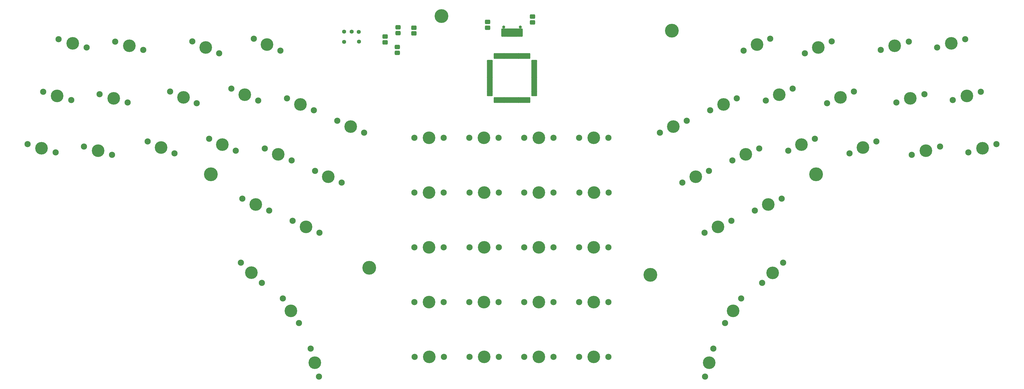
<source format=gbr>
%TF.GenerationSoftware,KiCad,Pcbnew,(5.99.0-9650-gad505e29c0)*%
%TF.CreationDate,2021-03-24T15:12:51-04:00*%
%TF.ProjectId,Hangulator,48616e67-756c-4617-946f-722e6b696361,rev?*%
%TF.SameCoordinates,Original*%
%TF.FileFunction,Soldermask,Top*%
%TF.FilePolarity,Negative*%
%FSLAX46Y46*%
G04 Gerber Fmt 4.6, Leading zero omitted, Abs format (unit mm)*
G04 Created by KiCad (PCBNEW (5.99.0-9650-gad505e29c0)) date 2021-03-24 15:12:51*
%MOMM*%
%LPD*%
G01*
G04 APERTURE LIST*
G04 Aperture macros list*
%AMRoundRect*
0 Rectangle with rounded corners*
0 $1 Rounding radius*
0 $2 $3 $4 $5 $6 $7 $8 $9 X,Y pos of 4 corners*
0 Add a 4 corners polygon primitive as box body*
4,1,4,$2,$3,$4,$5,$6,$7,$8,$9,$2,$3,0*
0 Add four circle primitives for the rounded corners*
1,1,$1+$1,$2,$3*
1,1,$1+$1,$4,$5*
1,1,$1+$1,$6,$7*
1,1,$1+$1,$8,$9*
0 Add four rect primitives between the rounded corners*
20,1,$1+$1,$2,$3,$4,$5,0*
20,1,$1+$1,$4,$5,$6,$7,0*
20,1,$1+$1,$6,$7,$8,$9,0*
20,1,$1+$1,$8,$9,$2,$3,0*%
G04 Aperture macros list end*
%ADD10C,4.800000*%
%ADD11C,2.150000*%
%ADD12C,4.387800*%
%ADD13RoundRect,0.333333X-0.566667X0.466667X-0.566667X-0.466667X0.566667X-0.466667X0.566667X0.466667X0*%
%ADD14RoundRect,0.333333X0.566667X-0.466667X0.566667X0.466667X-0.566667X0.466667X-0.566667X-0.466667X0*%
%ADD15C,1.400000*%
%ADD16RoundRect,0.336957X0.563043X-0.438043X0.563043X0.438043X-0.563043X0.438043X-0.563043X-0.438043X0*%
%ADD17RoundRect,0.336957X-0.563043X0.438043X-0.563043X-0.438043X0.563043X-0.438043X0.563043X0.438043X0*%
%ADD18C,1.050000*%
%ADD19RoundRect,0.200000X0.300000X1.225000X-0.300000X1.225000X-0.300000X-1.225000X0.300000X-1.225000X0*%
%ADD20RoundRect,0.200000X0.150000X1.225000X-0.150000X1.225000X-0.150000X-1.225000X0.150000X-1.225000X0*%
%ADD21RoundRect,0.175000X0.175000X-0.825000X0.175000X0.825000X-0.175000X0.825000X-0.175000X-0.825000X0*%
%ADD22RoundRect,0.175000X0.825000X-0.175000X0.825000X0.175000X-0.825000X0.175000X-0.825000X-0.175000X0*%
G04 APERTURE END LIST*
D10*
%TO.C,*%
X267500000Y-152500000D03*
%TD*%
%TO.C,*%
X347500000Y-157500000D03*
%TD*%
%TO.C,*%
X340000000Y-242500000D03*
%TD*%
%TO.C,*%
X242500000Y-240000000D03*
%TD*%
%TO.C,*%
X397500000Y-207500000D03*
%TD*%
%TO.C,REF\u002A\u002A*%
X187500000Y-207500000D03*
%TD*%
D11*
%TO.C,MX62*%
X325480000Y-270990000D03*
X315320000Y-270990000D03*
D12*
X320400000Y-270990000D03*
%TD*%
D11*
%TO.C,MX61*%
X325480000Y-251950000D03*
X315320000Y-251950000D03*
D12*
X320400000Y-251950000D03*
%TD*%
D11*
%TO.C,MX60*%
X325490000Y-232900000D03*
X315330000Y-232900000D03*
D12*
X320410000Y-232900000D03*
%TD*%
D11*
%TO.C,MX59*%
X325500000Y-213850000D03*
X315340000Y-213850000D03*
D12*
X320420000Y-213850000D03*
%TD*%
D11*
%TO.C,MX58*%
X325490000Y-194800000D03*
X315330000Y-194800000D03*
D12*
X320410000Y-194800000D03*
%TD*%
D11*
%TO.C,MX57*%
X306440000Y-271000000D03*
X296280000Y-271000000D03*
D12*
X301360000Y-271000000D03*
%TD*%
D11*
%TO.C,MX56*%
X306440000Y-251950000D03*
X296280000Y-251950000D03*
D12*
X301360000Y-251950000D03*
%TD*%
D11*
%TO.C,MX55*%
X306440000Y-232900000D03*
X296280000Y-232900000D03*
D12*
X301360000Y-232900000D03*
%TD*%
D11*
%TO.C,MX54*%
X306440000Y-213850000D03*
X296280000Y-213850000D03*
D12*
X301360000Y-213850000D03*
%TD*%
D11*
%TO.C,MX53*%
X306430000Y-194800000D03*
X296270000Y-194800000D03*
D12*
X301350000Y-194800000D03*
%TD*%
D11*
%TO.C,MX52*%
X287400000Y-271000000D03*
X277240000Y-271000000D03*
D12*
X282320000Y-271000000D03*
%TD*%
D11*
%TO.C,MX51*%
X287390000Y-251950000D03*
X277230000Y-251950000D03*
D12*
X282310000Y-251950000D03*
%TD*%
D11*
%TO.C,MX50*%
X287400000Y-232890000D03*
X277240000Y-232890000D03*
D12*
X282320000Y-232890000D03*
%TD*%
D11*
%TO.C,MX49*%
X287400000Y-213850000D03*
X277240000Y-213850000D03*
D12*
X282320000Y-213850000D03*
%TD*%
D11*
%TO.C,MX48*%
X287390000Y-194800000D03*
X277230000Y-194800000D03*
D12*
X282310000Y-194800000D03*
%TD*%
D11*
%TO.C,MX47*%
X268350000Y-271000000D03*
X258190000Y-271000000D03*
D12*
X263270000Y-271000000D03*
%TD*%
D11*
%TO.C,MX46*%
X268340000Y-251950000D03*
X258180000Y-251950000D03*
D12*
X263260000Y-251950000D03*
%TD*%
D11*
%TO.C,MX45*%
X268340000Y-232910000D03*
X258180000Y-232910000D03*
D12*
X263260000Y-232910000D03*
%TD*%
D11*
%TO.C,MX44*%
X268340000Y-213850000D03*
X258180000Y-213850000D03*
D12*
X263260000Y-213850000D03*
%TD*%
D11*
%TO.C,MX43*%
X268340000Y-194800000D03*
X258180000Y-194800000D03*
D12*
X263260000Y-194800000D03*
%TD*%
D11*
%TO.C,MX42*%
X460091056Y-197028052D03*
X450348944Y-199911948D03*
D12*
X455220000Y-198470000D03*
%TD*%
D11*
%TO.C,MX41*%
X454681056Y-178758052D03*
X444938944Y-181641948D03*
D12*
X449810000Y-180200000D03*
%TD*%
D11*
%TO.C,MX40*%
X449271056Y-160498052D03*
X439528944Y-163381948D03*
D12*
X444400000Y-161940000D03*
%TD*%
D11*
%TO.C,MX39*%
X440471056Y-197858052D03*
X430728944Y-200741948D03*
D12*
X435600000Y-199300000D03*
%TD*%
D11*
%TO.C,MX38*%
X435061056Y-179598052D03*
X425318944Y-182481948D03*
D12*
X430190000Y-181040000D03*
%TD*%
D11*
%TO.C,MX37*%
X429651056Y-161338052D03*
X419908944Y-164221948D03*
D12*
X424780000Y-162780000D03*
%TD*%
D11*
%TO.C,MX36*%
X418391171Y-196084588D03*
X409108829Y-200215412D03*
D12*
X413750000Y-198150000D03*
%TD*%
D11*
%TO.C,MX35*%
X410631171Y-178674588D03*
X401348829Y-182805412D03*
D12*
X405990000Y-180740000D03*
%TD*%
D11*
%TO.C,MX34*%
X402901171Y-161274588D03*
X393618829Y-165405412D03*
D12*
X398260000Y-163340000D03*
%TD*%
D11*
%TO.C,MX33*%
X386074246Y-238211135D03*
X378765754Y-245268865D03*
D12*
X382420000Y-241740000D03*
%TD*%
D11*
%TO.C,MX32*%
X397101171Y-195124588D03*
X387818829Y-199255412D03*
D12*
X392460000Y-197190000D03*
%TD*%
D11*
%TO.C,MX31*%
X389361171Y-177724588D03*
X380078829Y-181855412D03*
D12*
X384720000Y-179790000D03*
%TD*%
D11*
%TO.C,MX30*%
X381621171Y-160324588D03*
X372338829Y-164455412D03*
D12*
X376980000Y-162390000D03*
%TD*%
D11*
%TO.C,MX29*%
X371471559Y-250706176D03*
X365948441Y-259233824D03*
D12*
X368710000Y-254970000D03*
%TD*%
D11*
%TO.C,MX28*%
X385521171Y-215934588D03*
X376238829Y-220065412D03*
D12*
X380880000Y-218000000D03*
%TD*%
D11*
%TO.C,MX27*%
X377771171Y-198524588D03*
X368488829Y-202655412D03*
D12*
X373130000Y-200590000D03*
%TD*%
D11*
%TO.C,MX26*%
X370011171Y-181114588D03*
X360728829Y-185245412D03*
D12*
X365370000Y-183180000D03*
%TD*%
D11*
%TO.C,MX25*%
X361854498Y-268129700D03*
X358965502Y-277870300D03*
D12*
X360410000Y-273000000D03*
%TD*%
D11*
%TO.C,MX24*%
X368101171Y-223674588D03*
X358818829Y-227805412D03*
D12*
X363460000Y-225740000D03*
%TD*%
D11*
%TO.C,MX23*%
X360361171Y-206264588D03*
X351078829Y-210395412D03*
D12*
X355720000Y-208330000D03*
%TD*%
D11*
%TO.C,MX22*%
X352621171Y-188864588D03*
X343338829Y-192995412D03*
D12*
X347980000Y-190930000D03*
%TD*%
D11*
%TO.C,MX21*%
X225034498Y-277870300D03*
X222145502Y-268129700D03*
D12*
X223590000Y-273000000D03*
%TD*%
D11*
%TO.C,MX20*%
X225181171Y-227805412D03*
X215898829Y-223674588D03*
D12*
X220540000Y-225740000D03*
%TD*%
D11*
%TO.C,MX19*%
X232931171Y-210395412D03*
X223648829Y-206264588D03*
D12*
X228290000Y-208330000D03*
%TD*%
D11*
%TO.C,MX18*%
X240671171Y-192995412D03*
X231388829Y-188864588D03*
D12*
X236030000Y-190930000D03*
%TD*%
D11*
%TO.C,MX17*%
X218051559Y-259223824D03*
X212528441Y-250696176D03*
D12*
X215290000Y-254960000D03*
%TD*%
D11*
%TO.C,MX16*%
X207761171Y-220065412D03*
X198478829Y-215934588D03*
D12*
X203120000Y-218000000D03*
%TD*%
D11*
%TO.C,MX15*%
X215511171Y-202645412D03*
X206228829Y-198514588D03*
D12*
X210870000Y-200580000D03*
%TD*%
D11*
%TO.C,MX14*%
X223251171Y-185245412D03*
X213968829Y-181114588D03*
D12*
X218610000Y-183180000D03*
%TD*%
D11*
%TO.C,MX13*%
X205234246Y-245258865D03*
X197925754Y-238201135D03*
D12*
X201580000Y-241730000D03*
%TD*%
D11*
%TO.C,MX12*%
X196181171Y-199245412D03*
X186898829Y-195114588D03*
D12*
X191540000Y-197180000D03*
%TD*%
D11*
%TO.C,MX11*%
X203921171Y-181855412D03*
X194638829Y-177724588D03*
D12*
X199280000Y-179790000D03*
%TD*%
D11*
%TO.C,MX10*%
X211671171Y-164445412D03*
X202388829Y-160314588D03*
D12*
X207030000Y-162380000D03*
%TD*%
D11*
%TO.C,MX9*%
X174911171Y-200215412D03*
X165628829Y-196084588D03*
D12*
X170270000Y-198150000D03*
%TD*%
D11*
%TO.C,MX8*%
X182651171Y-182805412D03*
X173368829Y-178674588D03*
D12*
X178010000Y-180740000D03*
%TD*%
D11*
%TO.C,MX7*%
X190391171Y-165405412D03*
X181108829Y-161274588D03*
D12*
X185750000Y-163340000D03*
%TD*%
D11*
%TO.C,MX6*%
X153271056Y-200751948D03*
X143528944Y-197868052D03*
D12*
X148400000Y-199310000D03*
%TD*%
D11*
%TO.C,MX5*%
X158681056Y-182491948D03*
X148938944Y-179608052D03*
D12*
X153810000Y-181050000D03*
%TD*%
D11*
%TO.C,MX4*%
X164091056Y-164211948D03*
X154348944Y-161328052D03*
D12*
X159220000Y-162770000D03*
%TD*%
D11*
%TO.C,MX3*%
X133651056Y-199911948D03*
X123908944Y-197028052D03*
D12*
X128780000Y-198470000D03*
%TD*%
D11*
%TO.C,MX2*%
X139061056Y-181651948D03*
X129318944Y-178768052D03*
D12*
X134190000Y-180210000D03*
%TD*%
D11*
%TO.C,MX1*%
X144471056Y-163371948D03*
X134728944Y-160488052D03*
D12*
X139600000Y-161930000D03*
%TD*%
D13*
%TO.C,R1*%
X299100000Y-152625000D03*
X299100000Y-154625000D03*
%TD*%
D14*
%TO.C,R2*%
X283575000Y-156525000D03*
X283575000Y-154525000D03*
%TD*%
D15*
%TO.C,TP1*%
X238850000Y-157950000D03*
%TD*%
D16*
%TO.C,J2*%
X252500000Y-158425000D03*
X252500000Y-156375000D03*
%TD*%
D14*
%TO.C,R4*%
X258000000Y-158500000D03*
X258000000Y-156500000D03*
%TD*%
D15*
%TO.C,TP4*%
X238900000Y-161325000D03*
%TD*%
D17*
%TO.C,J1*%
X252250000Y-163225000D03*
X252250000Y-165275000D03*
%TD*%
D18*
%TO.C,USB1*%
X294890000Y-156250000D03*
X289110000Y-156250000D03*
D19*
X295225000Y-158195000D03*
X294450000Y-158195000D03*
D20*
X293750000Y-158195000D03*
X293250000Y-158195000D03*
X292750000Y-158195000D03*
X292250000Y-158195000D03*
X291750000Y-158195000D03*
X291250000Y-158195000D03*
X290750000Y-158195000D03*
X290250000Y-158195000D03*
D19*
X289550000Y-158195000D03*
X288775000Y-158195000D03*
%TD*%
D21*
%TO.C,U2*%
X286000000Y-181675000D03*
X286500000Y-181675000D03*
X287000000Y-181675000D03*
X287500000Y-181675000D03*
X288000000Y-181675000D03*
X288500000Y-181675000D03*
X289000000Y-181675000D03*
X289500000Y-181675000D03*
X290000000Y-181675000D03*
X290500000Y-181675000D03*
X291000000Y-181675000D03*
X291500000Y-181675000D03*
X292000000Y-181675000D03*
X292500000Y-181675000D03*
X293000000Y-181675000D03*
X293500000Y-181675000D03*
X294000000Y-181675000D03*
X294500000Y-181675000D03*
X295000000Y-181675000D03*
X295500000Y-181675000D03*
X296000000Y-181675000D03*
X296500000Y-181675000D03*
X297000000Y-181675000D03*
X297500000Y-181675000D03*
X298000000Y-181675000D03*
D22*
X299675000Y-180000000D03*
X299675000Y-179500000D03*
X299675000Y-179000000D03*
X299675000Y-178500000D03*
X299675000Y-178000000D03*
X299675000Y-177500000D03*
X299675000Y-177000000D03*
X299675000Y-176500000D03*
X299675000Y-176000000D03*
X299675000Y-175500000D03*
X299675000Y-175000000D03*
X299675000Y-174500000D03*
X299675000Y-174000000D03*
X299675000Y-173500000D03*
X299675000Y-173000000D03*
X299675000Y-172500000D03*
X299675000Y-172000000D03*
X299675000Y-171500000D03*
X299675000Y-171000000D03*
X299675000Y-170500000D03*
X299675000Y-170000000D03*
X299675000Y-169500000D03*
X299675000Y-169000000D03*
X299675000Y-168500000D03*
X299675000Y-168000000D03*
D21*
X298000000Y-166325000D03*
X297500000Y-166325000D03*
X297000000Y-166325000D03*
X296500000Y-166325000D03*
X296000000Y-166325000D03*
X295500000Y-166325000D03*
X295000000Y-166325000D03*
X294500000Y-166325000D03*
X294000000Y-166325000D03*
X293500000Y-166325000D03*
X293000000Y-166325000D03*
X292500000Y-166325000D03*
X292000000Y-166325000D03*
X291500000Y-166325000D03*
X291000000Y-166325000D03*
X290500000Y-166325000D03*
X290000000Y-166325000D03*
X289500000Y-166325000D03*
X289000000Y-166325000D03*
X288500000Y-166325000D03*
X288000000Y-166325000D03*
X287500000Y-166325000D03*
X287000000Y-166325000D03*
X286500000Y-166325000D03*
X286000000Y-166325000D03*
D22*
X284325000Y-168000000D03*
X284325000Y-168500000D03*
X284325000Y-169000000D03*
X284325000Y-169500000D03*
X284325000Y-170000000D03*
X284325000Y-170500000D03*
X284325000Y-171000000D03*
X284325000Y-171500000D03*
X284325000Y-172000000D03*
X284325000Y-172500000D03*
X284325000Y-173000000D03*
X284325000Y-173500000D03*
X284325000Y-174000000D03*
X284325000Y-174500000D03*
X284325000Y-175000000D03*
X284325000Y-175500000D03*
X284325000Y-176000000D03*
X284325000Y-176500000D03*
X284325000Y-177000000D03*
X284325000Y-177500000D03*
X284325000Y-178000000D03*
X284325000Y-178500000D03*
X284325000Y-179000000D03*
X284325000Y-179500000D03*
X284325000Y-180000000D03*
%TD*%
D15*
%TO.C,TP3*%
X236350000Y-157900000D03*
%TD*%
D13*
%TO.C,R3*%
X248000000Y-159587500D03*
X248000000Y-161587500D03*
%TD*%
D15*
%TO.C,TP5*%
X233725000Y-161425000D03*
%TD*%
%TO.C,TP2*%
X233725000Y-157900000D03*
%TD*%
M02*

</source>
